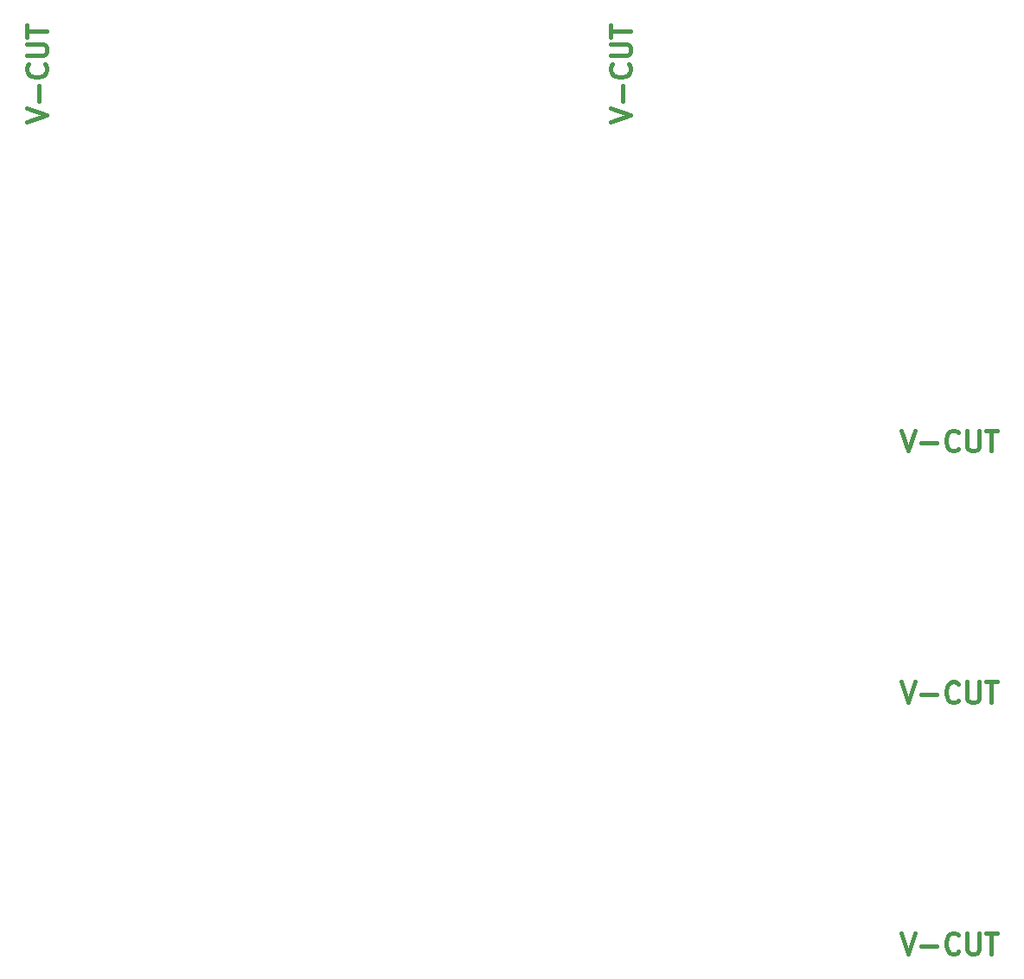
<source format=gbr>
G04 #@! TF.GenerationSoftware,KiCad,Pcbnew,5.1.6-c6e7f7d~87~ubuntu20.04.1*
G04 #@! TF.CreationDate,2020-08-20T22:35:19+10:00*
G04 #@! TF.ProjectId,jackco-esp32-pico-panel-v2,6a61636b-636f-42d6-9573-7033322d7069,rev?*
G04 #@! TF.SameCoordinates,Original*
G04 #@! TF.FileFunction,Other,Comment*
%FSLAX46Y46*%
G04 Gerber Fmt 4.6, Leading zero omitted, Abs format (unit mm)*
G04 Created by KiCad (PCBNEW 5.1.6-c6e7f7d~87~ubuntu20.04.1) date 2020-08-20 22:35:19*
%MOMM*%
%LPD*%
G01*
G04 APERTURE LIST*
%ADD10C,0.400000*%
G04 APERTURE END LIST*
D10*
X106054761Y-43261533D02*
X108054761Y-42594867D01*
X106054761Y-41928200D01*
X107292857Y-41261533D02*
X107292857Y-39737724D01*
X107864285Y-37642486D02*
X107959523Y-37737724D01*
X108054761Y-38023438D01*
X108054761Y-38213914D01*
X107959523Y-38499629D01*
X107769047Y-38690105D01*
X107578571Y-38785343D01*
X107197619Y-38880581D01*
X106911904Y-38880581D01*
X106530952Y-38785343D01*
X106340476Y-38690105D01*
X106150000Y-38499629D01*
X106054761Y-38213914D01*
X106054761Y-38023438D01*
X106150000Y-37737724D01*
X106245238Y-37642486D01*
X106054761Y-36785343D02*
X107673809Y-36785343D01*
X107864285Y-36690105D01*
X107959523Y-36594867D01*
X108054761Y-36404390D01*
X108054761Y-36023438D01*
X107959523Y-35832962D01*
X107864285Y-35737724D01*
X107673809Y-35642486D01*
X106054761Y-35642486D01*
X106054761Y-34975819D02*
X106054761Y-33832962D01*
X108054761Y-34404390D02*
X106054761Y-34404390D01*
X48904761Y-43261533D02*
X50904761Y-42594867D01*
X48904761Y-41928200D01*
X50142857Y-41261533D02*
X50142857Y-39737724D01*
X50714285Y-37642486D02*
X50809523Y-37737724D01*
X50904761Y-38023438D01*
X50904761Y-38213914D01*
X50809523Y-38499629D01*
X50619047Y-38690105D01*
X50428571Y-38785343D01*
X50047619Y-38880581D01*
X49761904Y-38880581D01*
X49380952Y-38785343D01*
X49190476Y-38690105D01*
X49000000Y-38499629D01*
X48904761Y-38213914D01*
X48904761Y-38023438D01*
X49000000Y-37737724D01*
X49095238Y-37642486D01*
X48904761Y-36785343D02*
X50523809Y-36785343D01*
X50714285Y-36690105D01*
X50809523Y-36594867D01*
X50904761Y-36404390D01*
X50904761Y-36023438D01*
X50809523Y-35832962D01*
X50714285Y-35737724D01*
X50523809Y-35642486D01*
X48904761Y-35642486D01*
X48904761Y-34975819D02*
X48904761Y-33832962D01*
X50904761Y-34404390D02*
X48904761Y-34404390D01*
X134525478Y-98114761D02*
X135192144Y-100114761D01*
X135858811Y-98114761D01*
X136525478Y-99352857D02*
X138049287Y-99352857D01*
X140144525Y-99924285D02*
X140049287Y-100019523D01*
X139763573Y-100114761D01*
X139573097Y-100114761D01*
X139287382Y-100019523D01*
X139096906Y-99829047D01*
X139001668Y-99638571D01*
X138906430Y-99257619D01*
X138906430Y-98971904D01*
X139001668Y-98590952D01*
X139096906Y-98400476D01*
X139287382Y-98210000D01*
X139573097Y-98114761D01*
X139763573Y-98114761D01*
X140049287Y-98210000D01*
X140144525Y-98305238D01*
X141001668Y-98114761D02*
X141001668Y-99733809D01*
X141096906Y-99924285D01*
X141192144Y-100019523D01*
X141382621Y-100114761D01*
X141763573Y-100114761D01*
X141954049Y-100019523D01*
X142049287Y-99924285D01*
X142144525Y-99733809D01*
X142144525Y-98114761D01*
X142811192Y-98114761D02*
X143954049Y-98114761D01*
X143382621Y-100114761D02*
X143382621Y-98114761D01*
X134525478Y-73514761D02*
X135192144Y-75514761D01*
X135858811Y-73514761D01*
X136525478Y-74752857D02*
X138049287Y-74752857D01*
X140144525Y-75324285D02*
X140049287Y-75419523D01*
X139763573Y-75514761D01*
X139573097Y-75514761D01*
X139287382Y-75419523D01*
X139096906Y-75229047D01*
X139001668Y-75038571D01*
X138906430Y-74657619D01*
X138906430Y-74371904D01*
X139001668Y-73990952D01*
X139096906Y-73800476D01*
X139287382Y-73610000D01*
X139573097Y-73514761D01*
X139763573Y-73514761D01*
X140049287Y-73610000D01*
X140144525Y-73705238D01*
X141001668Y-73514761D02*
X141001668Y-75133809D01*
X141096906Y-75324285D01*
X141192144Y-75419523D01*
X141382621Y-75514761D01*
X141763573Y-75514761D01*
X141954049Y-75419523D01*
X142049287Y-75324285D01*
X142144525Y-75133809D01*
X142144525Y-73514761D01*
X142811192Y-73514761D02*
X143954049Y-73514761D01*
X143382621Y-75514761D02*
X143382621Y-73514761D01*
X134525478Y-122724761D02*
X135192144Y-124724761D01*
X135858811Y-122724761D01*
X136525478Y-123962857D02*
X138049287Y-123962857D01*
X140144525Y-124534285D02*
X140049287Y-124629523D01*
X139763573Y-124724761D01*
X139573097Y-124724761D01*
X139287382Y-124629523D01*
X139096906Y-124439047D01*
X139001668Y-124248571D01*
X138906430Y-123867619D01*
X138906430Y-123581904D01*
X139001668Y-123200952D01*
X139096906Y-123010476D01*
X139287382Y-122820000D01*
X139573097Y-122724761D01*
X139763573Y-122724761D01*
X140049287Y-122820000D01*
X140144525Y-122915238D01*
X141001668Y-122724761D02*
X141001668Y-124343809D01*
X141096906Y-124534285D01*
X141192144Y-124629523D01*
X141382621Y-124724761D01*
X141763573Y-124724761D01*
X141954049Y-124629523D01*
X142049287Y-124534285D01*
X142144525Y-124343809D01*
X142144525Y-122724761D01*
X142811192Y-122724761D02*
X143954049Y-122724761D01*
X143382621Y-124724761D02*
X143382621Y-122724761D01*
M02*

</source>
